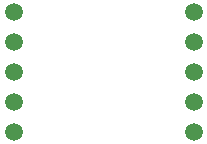
<source format=gbr>
%TF.GenerationSoftware,KiCad,Pcbnew,7.0.5-0*%
%TF.CreationDate,2023-06-21T09:58:00-04:00*%
%TF.ProjectId,chip_carrier,63686970-5f63-4617-9272-6965722e6b69,rev?*%
%TF.SameCoordinates,Original*%
%TF.FileFunction,Soldermask,Bot*%
%TF.FilePolarity,Negative*%
%FSLAX46Y46*%
G04 Gerber Fmt 4.6, Leading zero omitted, Abs format (unit mm)*
G04 Created by KiCad (PCBNEW 7.0.5-0) date 2023-06-21 09:58:00*
%MOMM*%
%LPD*%
G01*
G04 APERTURE LIST*
%ADD10C,1.500000*%
G04 APERTURE END LIST*
D10*
%TO.C,J2*%
X93980000Y-71120000D03*
X93980000Y-68580000D03*
X93980000Y-66040000D03*
X93980000Y-63500000D03*
X93980000Y-60960000D03*
%TD*%
%TO.C,J1*%
X78740000Y-60960000D03*
X78740000Y-63500000D03*
X78740000Y-66040000D03*
X78740000Y-68580000D03*
X78740000Y-71120000D03*
%TD*%
M02*

</source>
